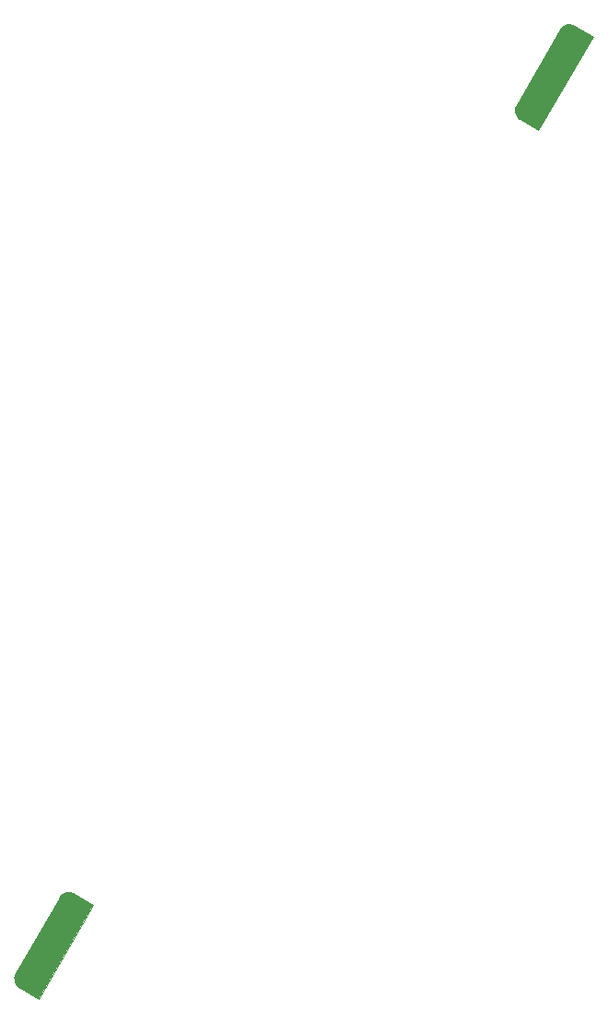
<source format=gts>
G04*
G04 #@! TF.GenerationSoftware,Altium Limited,Altium Designer,25.5.2 (35)*
G04*
G04 Layer_Color=8388736*
%FSLAX44Y44*%
%MOMM*%
G71*
G04*
G04 #@! TF.SameCoordinates,602AA96B-E86A-4CCD-AD49-3003D2A26B06*
G04*
G04*
G04 #@! TF.FilePolarity,Negative*
G04*
G01*
G75*
%ADD10C,0.1000*%
G36*
X561301Y1157812D02*
X563166Y1157179D01*
X564019Y1156687D01*
X564019Y1156687D01*
X581340Y1146687D01*
X531340Y1060084D01*
X514019Y1070084D01*
X513166Y1070577D01*
X511685Y1071876D01*
X510486Y1073438D01*
X509615Y1075205D01*
X509105Y1077108D01*
X508976Y1079073D01*
X509233Y1081026D01*
X509866Y1082892D01*
X510359Y1083745D01*
X510359Y1083745D01*
X550359Y1153027D01*
X550851Y1153880D01*
X552150Y1155361D01*
X553713Y1156560D01*
X555480Y1157431D01*
X557382Y1157941D01*
X559348Y1158070D01*
X561301Y1157812D01*
D02*
G37*
G36*
X101301Y361069D02*
X103166Y360436D01*
X104019Y359944D01*
X104019Y359944D01*
X121340Y349944D01*
X71340Y263341D01*
X54019Y273341D01*
X53166Y273834D01*
X51685Y275132D01*
X50486Y276695D01*
X49615Y278462D01*
X49105Y280364D01*
X48976Y282330D01*
X49233Y284283D01*
X49866Y286148D01*
X50359Y287001D01*
X50359Y287001D01*
X90359Y356283D01*
X90851Y357136D01*
X92150Y358617D01*
X93713Y359816D01*
X95480Y360688D01*
X97382Y361197D01*
X99348Y361326D01*
X101301Y361069D01*
D02*
G37*
D10*
X104019Y359944D02*
G03*
X90359Y356283I-5000J-8660D01*
G01*
X50359Y287001D02*
G03*
X54019Y273341I8660J-5000D01*
G01*
X104019Y359944D02*
X121340Y349944D01*
X50359Y287001D02*
X90359Y356283D01*
X71340Y263341D02*
X121340Y349944D01*
X54019Y273341D02*
X71340Y263341D01*
M02*

</source>
